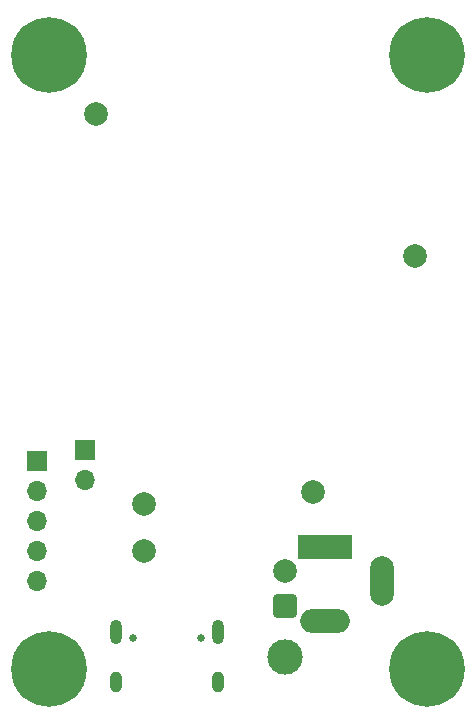
<source format=gbr>
%TF.GenerationSoftware,KiCad,Pcbnew,9.0.0*%
%TF.CreationDate,2025-03-02T18:09:01-08:00*%
%TF.ProjectId,CFS-Bus Adapter R1,4346532d-4275-4732-9041-646170746572,rev?*%
%TF.SameCoordinates,Original*%
%TF.FileFunction,Soldermask,Bot*%
%TF.FilePolarity,Negative*%
%FSLAX46Y46*%
G04 Gerber Fmt 4.6, Leading zero omitted, Abs format (unit mm)*
G04 Created by KiCad (PCBNEW 9.0.0) date 2025-03-02 18:09:01*
%MOMM*%
%LPD*%
G01*
G04 APERTURE LIST*
G04 Aperture macros list*
%AMRoundRect*
0 Rectangle with rounded corners*
0 $1 Rounding radius*
0 $2 $3 $4 $5 $6 $7 $8 $9 X,Y pos of 4 corners*
0 Add a 4 corners polygon primitive as box body*
4,1,4,$2,$3,$4,$5,$6,$7,$8,$9,$2,$3,0*
0 Add four circle primitives for the rounded corners*
1,1,$1+$1,$2,$3*
1,1,$1+$1,$4,$5*
1,1,$1+$1,$6,$7*
1,1,$1+$1,$8,$9*
0 Add four rect primitives between the rounded corners*
20,1,$1+$1,$2,$3,$4,$5,0*
20,1,$1+$1,$4,$5,$6,$7,0*
20,1,$1+$1,$6,$7,$8,$9,0*
20,1,$1+$1,$8,$9,$2,$3,0*%
G04 Aperture macros list end*
%ADD10C,0.800000*%
%ADD11C,6.400000*%
%ADD12R,1.700000X1.700000*%
%ADD13O,1.700000X1.700000*%
%ADD14R,4.600000X2.000000*%
%ADD15O,4.200000X2.000000*%
%ADD16O,2.000000X4.200000*%
%ADD17C,3.000000*%
%ADD18RoundRect,0.333334X0.666666X0.666666X-0.666666X0.666666X-0.666666X-0.666666X0.666666X-0.666666X0*%
%ADD19C,2.000000*%
%ADD20O,1.000000X1.800000*%
%ADD21O,1.000000X2.100000*%
%ADD22C,0.650000*%
G04 APERTURE END LIST*
D10*
%TO.C,H1*%
X1600000Y4000000D03*
X2302944Y5697056D03*
X2302944Y2302944D03*
X4000000Y6400000D03*
D11*
X4000000Y4000000D03*
D10*
X4000000Y1600000D03*
X5697056Y5697056D03*
X5697056Y2302944D03*
X6400000Y4000000D03*
%TD*%
%TO.C,H2*%
X33600000Y4000000D03*
X34302944Y5697056D03*
X34302944Y2302944D03*
X36000000Y6400000D03*
D11*
X36000000Y4000000D03*
D10*
X36000000Y1600000D03*
X37697056Y5697056D03*
X37697056Y2302944D03*
X38400000Y4000000D03*
%TD*%
%TO.C,H3*%
X1600000Y56000000D03*
X2302944Y57697056D03*
X2302944Y54302944D03*
X4000000Y58400000D03*
D11*
X4000000Y56000000D03*
D10*
X4000000Y53600000D03*
X5697056Y57697056D03*
X5697056Y54302944D03*
X6400000Y56000000D03*
%TD*%
%TO.C,H4*%
X33600000Y56000000D03*
X34302944Y57697056D03*
X34302944Y54302944D03*
X36000000Y58400000D03*
D11*
X36000000Y56000000D03*
D10*
X36000000Y53600000D03*
X37697056Y57697056D03*
X37697056Y54302944D03*
X38400000Y56000000D03*
%TD*%
D12*
%TO.C,J2*%
X3000000Y21620000D03*
D13*
X3000000Y19080000D03*
X3000000Y16540000D03*
X3000000Y14000000D03*
X3000000Y11460000D03*
%TD*%
D14*
%TO.C,J3*%
X27350000Y14350000D03*
D15*
X27350000Y8050000D03*
D16*
X32150000Y11450000D03*
%TD*%
D17*
%TO.C,J4*%
X24000000Y5000000D03*
D18*
X24000000Y9320000D03*
D19*
X24000000Y12320000D03*
%TD*%
D12*
%TO.C,P2*%
X7000000Y22540000D03*
D13*
X7000000Y20000000D03*
%TD*%
D19*
%TO.C,TP1*%
X26300000Y19000000D03*
%TD*%
%TO.C,TP2*%
X35000000Y39000000D03*
%TD*%
%TO.C,TP3*%
X8000000Y51000000D03*
%TD*%
%TO.C,TP4*%
X12000000Y14000000D03*
%TD*%
%TO.C,TP5*%
X12000000Y18000000D03*
%TD*%
D20*
%TO.C,X1*%
X18320000Y2925000D03*
D21*
X18320000Y7105000D03*
D20*
X9680000Y2925000D03*
D21*
X9680000Y7105000D03*
D22*
X16890000Y6605000D03*
X11110000Y6605000D03*
%TD*%
M02*

</source>
